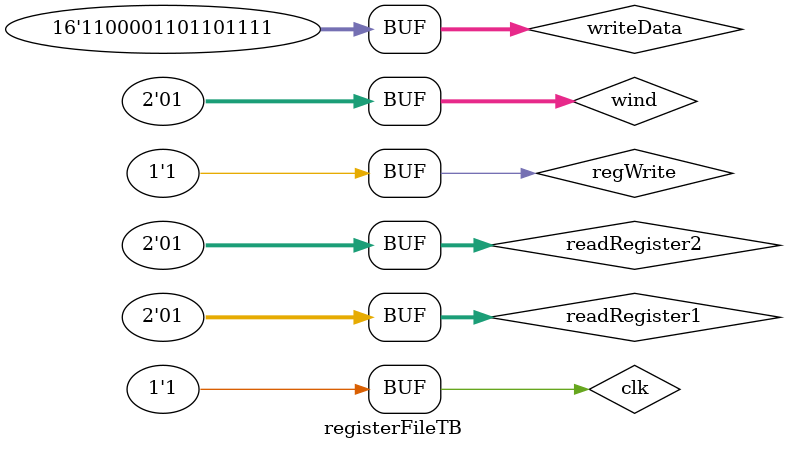
<source format=v>
`timescale 1ns/1ns

module registerFile(clk, rst, readReg1, readReg2, writeReg, writeData, wind, readData1, readData2, regWrite); 
  reg[15:0] REGISTER_BANK[7:0]; 
  reg[2:0] reg1, reg2;
  
  input clk, rst, regWrite; 
  input[2:0] readReg1, readReg2, writeReg; 
  input[15:0] writeData;
  input[1:0] wind;
  output reg[15:0] readData1, readData2;
  
  initial begin
    REGISTER_BANK[0] = 16'd0; 
    REGISTER_BANK[1] = 16'd0;
    REGISTER_BANK[2] = 16'd0;
    REGISTER_BANK[3] = 16'd0;
    REGISTER_BANK[4] = 16'd0;
    REGISTER_BANK[5] = 16'd0;
    REGISTER_BANK[6] = 16'd0;
    REGISTER_BANK[7] = 16'd0;
  end

  always@(*) begin
    reg1 = $signed(readRegister1);
    reg2 = $signed(readRegister2);
  end
  
  always@(wind) begin
    case(wind)
      00: begin reg1 = $signed(readRegister1); reg2 = $signed(readRegister2); end
      01: begin reg1 = $signed(readRegister1); reg2 = $signed(readRegister2);
        if(reg1 < 2)
          reg1 = $signed(readRegister1)+2;
        if(reg2 < 2)
          reg2 = $signed(readRegister2)+2 ;
      end
      10: begin reg1 = $signed(readRegister1); reg2 = $signed(readRegister2);
        if(reg1 < 4)
          reg1 = $signed(readRegister1)+4;
        if(reg2 < 4)
          reg2 = $signed(readRegister2)+4;
      end
      11: begin reg1 = $signed(readRegister1); reg2 = $signed(readRegister2);
        if(reg1==0) reg1 = $signed(readRegister1)+6;
        else if(reg1==1) reg1 = $signed(readRegister1)+6;
        else if(reg1==2) reg1 = $signed(readRegister1)-2;
        else if(reg1==3) reg1 = $signed(readRegister1)-2;
         
        if(reg2==0) reg2 = $signed(readRegister2)+6;
        else if(reg2==1) reg2 = $signed(readRegister2)+6;
        else if(reg2==2) reg2 = $signed(readRegister2)-2;
        else if(reg2==3) reg2 = $signed(readRegister2)-2;
      end
    endcase 
  end
  
  
  always@(negedge clk) begin
    if(regWrite == 1)
      REGISTER_BANK[reg1] = writeData;
  end
  
  always@(*) begin
    readData1 = REGISTER_BANK[reg1];
  end
  
  always@(*) begin
    readData2 = REGISTER_BANK[reg2];
  end

  
endmodule









module registerFileTB();
  reg clk, regWrite;
  reg[1:0] readRegister1, readRegister2, wind;
  reg[15:0] writeData;
   
  wire[15:0] readData1, readData2;
  
  registerFile rf(clk, readRegister1, readRegister2, writeData, regWrite, wind, readData1, readData2);
  
  initial begin
    #120 clk = 0;
    #120 clk = 1;
    #120 clk = 0;
    #120 clk = 1;
    #120 clk = 0;
    #120 clk = 1;
    #120 clk = 0;
    #120 clk = 1;
    #120 clk = 0;
    #120 clk = 1;
    #120 clk = 0;
    #120 clk = 1;
  end
  
  initial begin
    #200
		writeData = 16'b0;
		wind = 2'b0;
		readRegister1 = 2'b00;
		readRegister2 = 2'b01;
		#300
		wind = 2'b01;
		readRegister1 = 2'b01;
		regWrite = 1;
		writeData = 16'b1100001101101111; 
  end
endmodule

</source>
